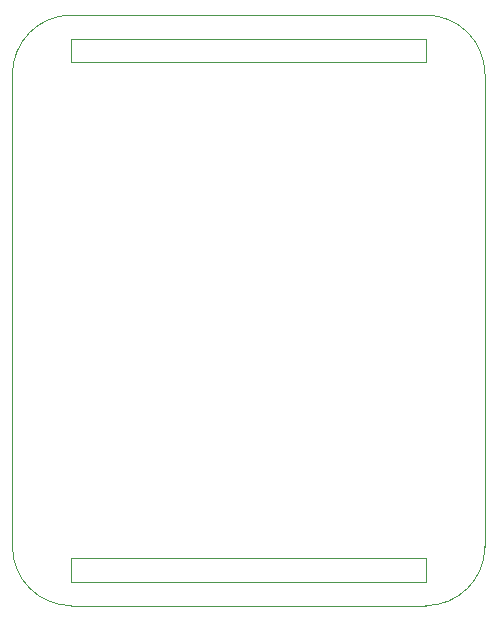
<source format=gko>
G04 #@! TF.FileFunction,Profile,NP*
%FSLAX46Y46*%
G04 Gerber Fmt 4.6, Leading zero omitted, Abs format (unit mm)*
G04 Created by KiCad (PCBNEW (2014-11-17 BZR 5289)-product) date Thu 22 Jan 2015 10:16:19 AM EST*
%MOMM*%
G01*
G04 APERTURE LIST*
%ADD10C,0.100000*%
G04 APERTURE END LIST*
D10*
X203000000Y-155000000D02*
X233000000Y-155000000D01*
X203000000Y-153000000D02*
X203000000Y-155000000D01*
X233000000Y-153000000D02*
X203000000Y-153000000D01*
X233000000Y-155000000D02*
X233000000Y-153000000D01*
X233000000Y-109000000D02*
X203000000Y-109000000D01*
X233000000Y-111000000D02*
X233000000Y-109000000D01*
X203000000Y-111000000D02*
X233000000Y-111000000D01*
X203000000Y-109000000D02*
X203000000Y-111000000D01*
X203000000Y-107000000D02*
X233000000Y-107000000D01*
X233000000Y-157000000D02*
X203000000Y-157000000D01*
X198000000Y-152000000D02*
G75*
G03X203000000Y-157000000I5000000J0D01*
G01*
X233000000Y-157000000D02*
G75*
G03X238000000Y-152000000I0J5000000D01*
G01*
X203000000Y-107000000D02*
G75*
G03X198000000Y-112000000I0J-5000000D01*
G01*
X238000000Y-112000000D02*
G75*
G03X233000000Y-107000000I-5000000J0D01*
G01*
X198000000Y-112000000D02*
X198000000Y-152000000D01*
X238000000Y-152000000D02*
X238000000Y-112000000D01*
M02*

</source>
